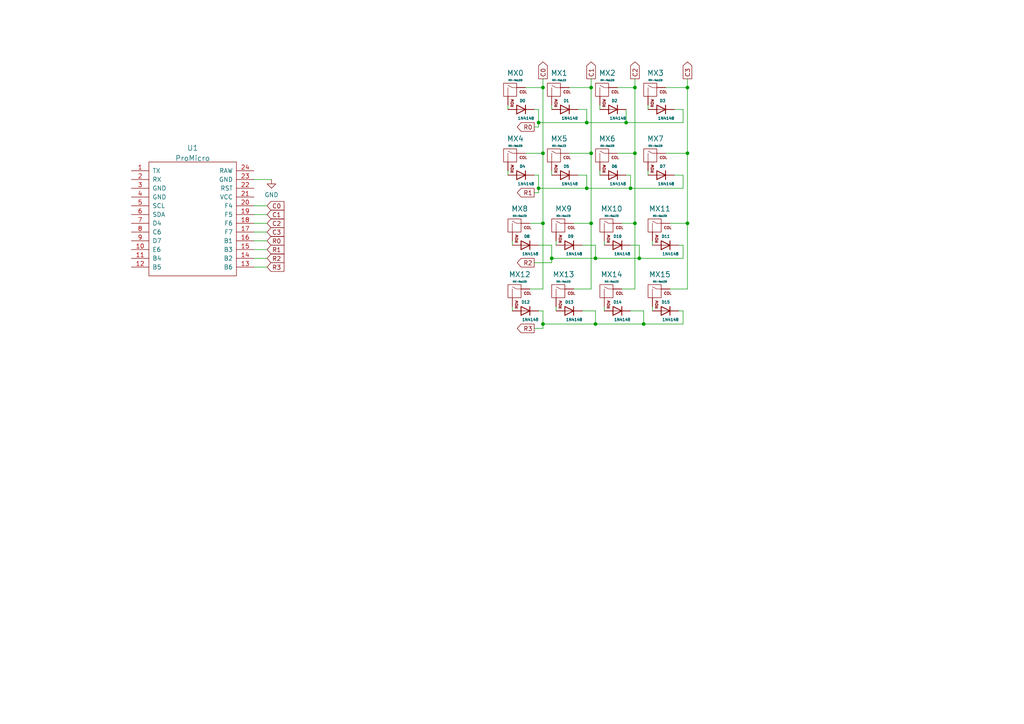
<source format=kicad_sch>
(kicad_sch (version 20211123) (generator eeschema)

  (uuid 9421313a-b4cd-4bcc-86e0-acd67ad88741)

  (paper "A4")

  (lib_symbols
    (symbol "Arduino Pro Micro:ProMicro" (pin_names (offset 1.016)) (in_bom yes) (on_board yes)
      (property "Reference" "U" (id 0) (at 0 24.13 0)
        (effects (font (size 1.524 1.524)))
      )
      (property "Value" "ProMicro" (id 1) (at 0 -13.97 0)
        (effects (font (size 1.524 1.524)))
      )
      (property "Footprint" "" (id 2) (at 2.54 -26.67 0)
        (effects (font (size 1.524 1.524)))
      )
      (property "Datasheet" "" (id 3) (at 2.54 -26.67 0)
        (effects (font (size 1.524 1.524)))
      )
      (symbol "ProMicro_0_1"
        (rectangle (start -12.7 21.59) (end 12.7 -11.43)
          (stroke (width 0) (type default) (color 0 0 0 0))
          (fill (type none))
        )
      )
      (symbol "ProMicro_1_1"
        (pin bidirectional line (at -17.78 19.05 0) (length 5.08)
          (name "TX" (effects (font (size 1.27 1.27))))
          (number "1" (effects (font (size 1.27 1.27))))
        )
        (pin bidirectional line (at -17.78 -3.81 0) (length 5.08)
          (name "E6" (effects (font (size 1.27 1.27))))
          (number "10" (effects (font (size 1.27 1.27))))
        )
        (pin bidirectional line (at -17.78 -6.35 0) (length 5.08)
          (name "B4" (effects (font (size 1.27 1.27))))
          (number "11" (effects (font (size 1.27 1.27))))
        )
        (pin bidirectional line (at -17.78 -8.89 0) (length 5.08)
          (name "B5" (effects (font (size 1.27 1.27))))
          (number "12" (effects (font (size 1.27 1.27))))
        )
        (pin bidirectional line (at 17.78 -8.89 180) (length 5.08)
          (name "B6" (effects (font (size 1.27 1.27))))
          (number "13" (effects (font (size 1.27 1.27))))
        )
        (pin bidirectional line (at 17.78 -6.35 180) (length 5.08)
          (name "B2" (effects (font (size 1.27 1.27))))
          (number "14" (effects (font (size 1.27 1.27))))
        )
        (pin bidirectional line (at 17.78 -3.81 180) (length 5.08)
          (name "B3" (effects (font (size 1.27 1.27))))
          (number "15" (effects (font (size 1.27 1.27))))
        )
        (pin bidirectional line (at 17.78 -1.27 180) (length 5.08)
          (name "B1" (effects (font (size 1.27 1.27))))
          (number "16" (effects (font (size 1.27 1.27))))
        )
        (pin bidirectional line (at 17.78 1.27 180) (length 5.08)
          (name "F7" (effects (font (size 1.27 1.27))))
          (number "17" (effects (font (size 1.27 1.27))))
        )
        (pin bidirectional line (at 17.78 3.81 180) (length 5.08)
          (name "F6" (effects (font (size 1.27 1.27))))
          (number "18" (effects (font (size 1.27 1.27))))
        )
        (pin bidirectional line (at 17.78 6.35 180) (length 5.08)
          (name "F5" (effects (font (size 1.27 1.27))))
          (number "19" (effects (font (size 1.27 1.27))))
        )
        (pin bidirectional line (at -17.78 16.51 0) (length 5.08)
          (name "RX" (effects (font (size 1.27 1.27))))
          (number "2" (effects (font (size 1.27 1.27))))
        )
        (pin bidirectional line (at 17.78 8.89 180) (length 5.08)
          (name "F4" (effects (font (size 1.27 1.27))))
          (number "20" (effects (font (size 1.27 1.27))))
        )
        (pin power_in line (at 17.78 11.43 180) (length 5.08)
          (name "VCC" (effects (font (size 1.27 1.27))))
          (number "21" (effects (font (size 1.27 1.27))))
        )
        (pin input line (at 17.78 13.97 180) (length 5.08)
          (name "RST" (effects (font (size 1.27 1.27))))
          (number "22" (effects (font (size 1.27 1.27))))
        )
        (pin power_in line (at 17.78 16.51 180) (length 5.08)
          (name "GND" (effects (font (size 1.27 1.27))))
          (number "23" (effects (font (size 1.27 1.27))))
        )
        (pin power_out line (at 17.78 19.05 180) (length 5.08)
          (name "RAW" (effects (font (size 1.27 1.27))))
          (number "24" (effects (font (size 1.27 1.27))))
        )
        (pin power_in line (at -17.78 13.97 0) (length 5.08)
          (name "GND" (effects (font (size 1.27 1.27))))
          (number "3" (effects (font (size 1.27 1.27))))
        )
        (pin power_in line (at -17.78 11.43 0) (length 5.08)
          (name "GND" (effects (font (size 1.27 1.27))))
          (number "4" (effects (font (size 1.27 1.27))))
        )
        (pin bidirectional line (at -17.78 8.89 0) (length 5.08)
          (name "SCL" (effects (font (size 1.27 1.27))))
          (number "5" (effects (font (size 1.27 1.27))))
        )
        (pin bidirectional line (at -17.78 6.35 0) (length 5.08)
          (name "SDA" (effects (font (size 1.27 1.27))))
          (number "6" (effects (font (size 1.27 1.27))))
        )
        (pin bidirectional line (at -17.78 3.81 0) (length 5.08)
          (name "D4" (effects (font (size 1.27 1.27))))
          (number "7" (effects (font (size 1.27 1.27))))
        )
        (pin bidirectional line (at -17.78 1.27 0) (length 5.08)
          (name "C6" (effects (font (size 1.27 1.27))))
          (number "8" (effects (font (size 1.27 1.27))))
        )
        (pin bidirectional line (at -17.78 -1.27 0) (length 5.08)
          (name "D7" (effects (font (size 1.27 1.27))))
          (number "9" (effects (font (size 1.27 1.27))))
        )
      )
    )
    (symbol "Diode:1N4148" (pin_numbers hide) (pin_names (offset 1.016) hide) (in_bom yes) (on_board yes)
      (property "Reference" "D" (id 0) (at 0 2.54 0)
        (effects (font (size 1.27 1.27)))
      )
      (property "Value" "1N4148" (id 1) (at 0 -2.54 0)
        (effects (font (size 1.27 1.27)))
      )
      (property "Footprint" "Diode_THT:D_DO-35_SOD27_P7.62mm_Horizontal" (id 2) (at 0 -4.445 0)
        (effects (font (size 1.27 1.27)) hide)
      )
      (property "Datasheet" "https://assets.nexperia.com/documents/data-sheet/1N4148_1N4448.pdf" (id 3) (at 0 0 0)
        (effects (font (size 1.27 1.27)) hide)
      )
      (property "ki_keywords" "diode" (id 4) (at 0 0 0)
        (effects (font (size 1.27 1.27)) hide)
      )
      (property "ki_description" "100V 0.15A standard switching diode, DO-35" (id 5) (at 0 0 0)
        (effects (font (size 1.27 1.27)) hide)
      )
      (property "ki_fp_filters" "D*DO?35*" (id 6) (at 0 0 0)
        (effects (font (size 1.27 1.27)) hide)
      )
      (symbol "1N4148_0_1"
        (polyline
          (pts
            (xy -1.27 1.27)
            (xy -1.27 -1.27)
          )
          (stroke (width 0.254) (type default) (color 0 0 0 0))
          (fill (type none))
        )
        (polyline
          (pts
            (xy 1.27 0)
            (xy -1.27 0)
          )
          (stroke (width 0) (type default) (color 0 0 0 0))
          (fill (type none))
        )
        (polyline
          (pts
            (xy 1.27 1.27)
            (xy 1.27 -1.27)
            (xy -1.27 0)
            (xy 1.27 1.27)
          )
          (stroke (width 0.254) (type default) (color 0 0 0 0))
          (fill (type none))
        )
      )
      (symbol "1N4148_1_1"
        (pin passive line (at -3.81 0 0) (length 2.54)
          (name "K" (effects (font (size 1.27 1.27))))
          (number "1" (effects (font (size 1.27 1.27))))
        )
        (pin passive line (at 3.81 0 180) (length 2.54)
          (name "A" (effects (font (size 1.27 1.27))))
          (number "2" (effects (font (size 1.27 1.27))))
        )
      )
    )
    (symbol "MX-PRETTY:MX-NoLED" (pin_names (offset 1.016)) (in_bom yes) (on_board yes)
      (property "Reference" "MX" (id 0) (at -0.635 3.81 0)
        (effects (font (size 1.524 1.524)))
      )
      (property "Value" "MX-NoLED" (id 1) (at -0.635 1.27 0)
        (effects (font (size 0.508 0.508)))
      )
      (property "Footprint" "" (id 2) (at -15.875 -0.635 0)
        (effects (font (size 1.524 1.524)) hide)
      )
      (property "Datasheet" "" (id 3) (at -15.875 -0.635 0)
        (effects (font (size 1.524 1.524)) hide)
      )
      (symbol "MX-NoLED_0_0"
        (rectangle (start -2.54 2.54) (end 1.27 -1.27)
          (stroke (width 0) (type default) (color 0 0 0 0))
          (fill (type none))
        )
        (polyline
          (pts
            (xy -1.27 -1.27)
            (xy -1.27 1.27)
          )
          (stroke (width 0.127) (type default) (color 0 0 0 0))
          (fill (type none))
        )
        (polyline
          (pts
            (xy 1.27 1.27)
            (xy 0 1.27)
            (xy -1.27 1.905)
          )
          (stroke (width 0.127) (type default) (color 0 0 0 0))
          (fill (type none))
        )
        (text "COL" (at 3.175 0 0)
          (effects (font (size 0.762 0.762)))
        )
        (text "ROW" (at 0 -1.905 900)
          (effects (font (size 0.762 0.762)) (justify right))
        )
      )
      (symbol "MX-NoLED_1_1"
        (pin passive line (at 3.81 1.27 180) (length 2.54)
          (name "COL" (effects (font (size 0 0))))
          (number "1" (effects (font (size 0 0))))
        )
        (pin passive line (at -1.27 -3.81 90) (length 2.54)
          (name "ROW" (effects (font (size 0 0))))
          (number "2" (effects (font (size 0 0))))
        )
      )
    )
    (symbol "power:GND" (power) (pin_names (offset 0)) (in_bom yes) (on_board yes)
      (property "Reference" "#PWR" (id 0) (at 0 -6.35 0)
        (effects (font (size 1.27 1.27)) hide)
      )
      (property "Value" "GND" (id 1) (at 0 -3.81 0)
        (effects (font (size 1.27 1.27)))
      )
      (property "Footprint" "" (id 2) (at 0 0 0)
        (effects (font (size 1.27 1.27)) hide)
      )
      (property "Datasheet" "" (id 3) (at 0 0 0)
        (effects (font (size 1.27 1.27)) hide)
      )
      (property "ki_keywords" "power-flag" (id 4) (at 0 0 0)
        (effects (font (size 1.27 1.27)) hide)
      )
      (property "ki_description" "Power symbol creates a global label with name \"GND\" , ground" (id 5) (at 0 0 0)
        (effects (font (size 1.27 1.27)) hide)
      )
      (symbol "GND_0_1"
        (polyline
          (pts
            (xy 0 0)
            (xy 0 -1.27)
            (xy 1.27 -1.27)
            (xy 0 -2.54)
            (xy -1.27 -1.27)
            (xy 0 -1.27)
          )
          (stroke (width 0) (type default) (color 0 0 0 0))
          (fill (type none))
        )
      )
      (symbol "GND_1_1"
        (pin power_in line (at 0 0 270) (length 0) hide
          (name "GND" (effects (font (size 1.27 1.27))))
          (number "1" (effects (font (size 1.27 1.27))))
        )
      )
    )
  )

  (junction (at 185.42 74.93) (diameter 0) (color 0 0 0 0)
    (uuid 00e48403-28a3-4428-ad1e-cd7aa7141a98)
  )
  (junction (at 156.21 35.56) (diameter 0) (color 0 0 0 0)
    (uuid 08329e65-0997-45ad-8207-18ce92c7349e)
  )
  (junction (at 171.45 64.77) (diameter 0) (color 0 0 0 0)
    (uuid 234f888b-6fca-41c7-9c7c-6f34087d87c3)
  )
  (junction (at 157.48 44.45) (diameter 0) (color 0 0 0 0)
    (uuid 2ee25686-f5f3-4c08-8150-4a92e4384aec)
  )
  (junction (at 184.15 44.45) (diameter 0) (color 0 0 0 0)
    (uuid 445025ea-cc34-4727-9c6d-18df427da4c0)
  )
  (junction (at 170.18 35.56) (diameter 0) (color 0 0 0 0)
    (uuid 47744595-b670-43ff-a65b-6077c22a194b)
  )
  (junction (at 170.18 54.61) (diameter 0) (color 0 0 0 0)
    (uuid 534e70f1-d837-4c0e-803e-45554d0b4853)
  )
  (junction (at 199.39 64.77) (diameter 0) (color 0 0 0 0)
    (uuid 56d8e485-deca-49fc-9ff5-0f0535efe1ff)
  )
  (junction (at 172.72 93.98) (diameter 0) (color 0 0 0 0)
    (uuid 6c3f862b-b2b5-443d-b28d-8941998de3f3)
  )
  (junction (at 184.15 25.4) (diameter 0) (color 0 0 0 0)
    (uuid 6c8d4ad9-5221-4e26-a1cc-a206f17e76cd)
  )
  (junction (at 186.69 93.98) (diameter 0) (color 0 0 0 0)
    (uuid 71d092c3-ffaa-40fe-b44d-8da26f82e531)
  )
  (junction (at 156.21 54.61) (diameter 0) (color 0 0 0 0)
    (uuid 79edefa0-fda1-48bd-8095-d640088d888a)
  )
  (junction (at 157.48 25.4) (diameter 0) (color 0 0 0 0)
    (uuid 869c220f-4e3f-4a9c-9ce8-a7cede0ad0cf)
  )
  (junction (at 199.39 25.4) (diameter 0) (color 0 0 0 0)
    (uuid 88b9488d-5bf7-418e-89b6-1a800fcae4ba)
  )
  (junction (at 199.39 44.45) (diameter 0) (color 0 0 0 0)
    (uuid 8a7adcfc-3304-49be-b8c9-b3c57209658a)
  )
  (junction (at 181.61 35.56) (diameter 0) (color 0 0 0 0)
    (uuid 958fafeb-f4e2-4638-99bc-405dec54426c)
  )
  (junction (at 184.15 64.77) (diameter 0) (color 0 0 0 0)
    (uuid 96828012-9091-461c-b6fa-30fc93deba7e)
  )
  (junction (at 157.48 93.98) (diameter 0) (color 0 0 0 0)
    (uuid b3722047-a576-4137-b77c-eadf8d23236f)
  )
  (junction (at 171.45 44.45) (diameter 0) (color 0 0 0 0)
    (uuid bfe65619-c42b-4ebd-bfe8-ed115d1b985e)
  )
  (junction (at 160.02 74.93) (diameter 0) (color 0 0 0 0)
    (uuid c3706075-42b1-4a24-ab18-7c8b8bc82658)
  )
  (junction (at 157.48 64.77) (diameter 0) (color 0 0 0 0)
    (uuid cc208e4a-e28a-489a-96d0-86fd1ad5e103)
  )
  (junction (at 182.88 54.61) (diameter 0) (color 0 0 0 0)
    (uuid d12cf4fc-9bcf-44e1-86dc-c366c720feb3)
  )
  (junction (at 172.72 74.93) (diameter 0) (color 0 0 0 0)
    (uuid e54fd4c3-e552-4ba6-a055-d031c1077a1e)
  )
  (junction (at 171.45 25.4) (diameter 0) (color 0 0 0 0)
    (uuid e89c7646-cf59-4f63-a19b-48f81f52d4cf)
  )

  (wire (pts (xy 170.18 54.61) (xy 182.88 54.61))
    (stroke (width 0) (type default) (color 0 0 0 0))
    (uuid 036f4ad6-deda-4021-b38c-6ce77a8d8260)
  )
  (wire (pts (xy 156.21 36.83) (xy 156.21 35.56))
    (stroke (width 0) (type default) (color 0 0 0 0))
    (uuid 052a2dc2-27f4-4023-9820-5cf600effb2d)
  )
  (wire (pts (xy 154.94 50.8) (xy 156.21 50.8))
    (stroke (width 0) (type default) (color 0 0 0 0))
    (uuid 08fa94b2-1ef0-4c1c-85ee-afced46d803f)
  )
  (wire (pts (xy 198.12 71.12) (xy 196.85 71.12))
    (stroke (width 0) (type default) (color 0 0 0 0))
    (uuid 0a3cb48d-021b-4883-89c8-db3424a819c3)
  )
  (wire (pts (xy 153.67 64.77) (xy 157.48 64.77))
    (stroke (width 0) (type default) (color 0 0 0 0))
    (uuid 0b49e969-94fe-4860-aa71-5ed4b78dbbe1)
  )
  (wire (pts (xy 198.12 90.17) (xy 196.85 90.17))
    (stroke (width 0) (type default) (color 0 0 0 0))
    (uuid 0ba39264-f895-452e-8f8f-51a2638472b4)
  )
  (wire (pts (xy 148.59 69.85) (xy 148.59 71.12))
    (stroke (width 0) (type default) (color 0 0 0 0))
    (uuid 186d91b9-5397-4a7c-a579-5c35b017cf62)
  )
  (wire (pts (xy 73.66 69.85) (xy 77.47 69.85))
    (stroke (width 0) (type default) (color 0 0 0 0))
    (uuid 1d344718-20c5-4969-8d09-b662d3325dd1)
  )
  (wire (pts (xy 157.48 44.45) (xy 157.48 64.77))
    (stroke (width 0) (type default) (color 0 0 0 0))
    (uuid 219b2046-fce3-46b8-a0da-3b958ae8e0fc)
  )
  (wire (pts (xy 184.15 22.86) (xy 184.15 25.4))
    (stroke (width 0) (type default) (color 0 0 0 0))
    (uuid 27256cb2-670c-4a97-b66b-aef7a2fdb998)
  )
  (wire (pts (xy 160.02 49.53) (xy 160.02 50.8))
    (stroke (width 0) (type default) (color 0 0 0 0))
    (uuid 2762db5e-63d4-4bab-9163-206dc567a047)
  )
  (wire (pts (xy 154.94 36.83) (xy 156.21 36.83))
    (stroke (width 0) (type default) (color 0 0 0 0))
    (uuid 278cffef-ef31-4d9f-859d-6d66eb97d842)
  )
  (wire (pts (xy 73.66 67.31) (xy 77.47 67.31))
    (stroke (width 0) (type default) (color 0 0 0 0))
    (uuid 284bfff4-210b-4049-9cc2-d24fe645112f)
  )
  (wire (pts (xy 198.12 35.56) (xy 198.12 31.75))
    (stroke (width 0) (type default) (color 0 0 0 0))
    (uuid 2c023147-b44e-4a1f-87f2-389a58849a76)
  )
  (wire (pts (xy 186.69 93.98) (xy 198.12 93.98))
    (stroke (width 0) (type default) (color 0 0 0 0))
    (uuid 2f027c8e-03d8-4ce2-9e6d-55a60977c76b)
  )
  (wire (pts (xy 73.66 59.69) (xy 77.47 59.69))
    (stroke (width 0) (type default) (color 0 0 0 0))
    (uuid 311ae1e7-7fe5-4e83-867a-e39b2f85736a)
  )
  (wire (pts (xy 175.26 69.85) (xy 175.26 71.12))
    (stroke (width 0) (type default) (color 0 0 0 0))
    (uuid 33733823-afd0-4c37-8f80-aa7f81b76836)
  )
  (wire (pts (xy 171.45 22.86) (xy 171.45 25.4))
    (stroke (width 0) (type default) (color 0 0 0 0))
    (uuid 34ad3b7d-ec01-4ac0-8374-069b92600302)
  )
  (wire (pts (xy 157.48 22.86) (xy 157.48 25.4))
    (stroke (width 0) (type default) (color 0 0 0 0))
    (uuid 3563076d-1735-4385-b606-30a698fd205f)
  )
  (wire (pts (xy 198.12 50.8) (xy 195.58 50.8))
    (stroke (width 0) (type default) (color 0 0 0 0))
    (uuid 38cb29ce-f6a5-4b4d-8bda-e3cd739ad40c)
  )
  (wire (pts (xy 172.72 90.17) (xy 172.72 93.98))
    (stroke (width 0) (type default) (color 0 0 0 0))
    (uuid 3a98caa3-7ce0-4455-a758-a550c53b7a7e)
  )
  (wire (pts (xy 172.72 71.12) (xy 172.72 74.93))
    (stroke (width 0) (type default) (color 0 0 0 0))
    (uuid 3bec7cd1-869c-438a-a989-76d7eb97d7f4)
  )
  (wire (pts (xy 189.23 88.9) (xy 189.23 90.17))
    (stroke (width 0) (type default) (color 0 0 0 0))
    (uuid 3c382ff0-a493-4044-8abf-e752f40e80a2)
  )
  (wire (pts (xy 161.29 69.85) (xy 161.29 71.12))
    (stroke (width 0) (type default) (color 0 0 0 0))
    (uuid 3c4bd7e8-afd5-4539-b699-2e9243608b3a)
  )
  (wire (pts (xy 157.48 83.82) (xy 153.67 83.82))
    (stroke (width 0) (type default) (color 0 0 0 0))
    (uuid 3f9f53d5-1105-4f48-8e39-871869f514e7)
  )
  (wire (pts (xy 167.64 50.8) (xy 170.18 50.8))
    (stroke (width 0) (type default) (color 0 0 0 0))
    (uuid 424928ed-d017-43f1-a7b2-be6948972eb1)
  )
  (wire (pts (xy 154.94 31.75) (xy 156.21 31.75))
    (stroke (width 0) (type default) (color 0 0 0 0))
    (uuid 4446745b-21b3-403b-bc86-8fad19f0e7bb)
  )
  (wire (pts (xy 187.96 49.53) (xy 187.96 50.8))
    (stroke (width 0) (type default) (color 0 0 0 0))
    (uuid 47d3879c-a6fe-47d7-9d8b-5c890b1df1af)
  )
  (wire (pts (xy 193.04 44.45) (xy 199.39 44.45))
    (stroke (width 0) (type default) (color 0 0 0 0))
    (uuid 4ac696b9-64b3-417a-8b4c-31d7af91eece)
  )
  (wire (pts (xy 184.15 25.4) (xy 184.15 44.45))
    (stroke (width 0) (type default) (color 0 0 0 0))
    (uuid 4b4ca462-6e77-4e34-b976-6832b6fb4c91)
  )
  (wire (pts (xy 194.31 64.77) (xy 199.39 64.77))
    (stroke (width 0) (type default) (color 0 0 0 0))
    (uuid 4bdc64ab-06bf-4bd8-bd71-7720238eaa01)
  )
  (wire (pts (xy 165.1 44.45) (xy 171.45 44.45))
    (stroke (width 0) (type default) (color 0 0 0 0))
    (uuid 5c54ad30-7ce4-4825-9786-57b2fdde7c3a)
  )
  (wire (pts (xy 157.48 95.25) (xy 157.48 93.98))
    (stroke (width 0) (type default) (color 0 0 0 0))
    (uuid 5c5e96ac-e698-418a-afbf-c4d34b560754)
  )
  (wire (pts (xy 181.61 50.8) (xy 182.88 50.8))
    (stroke (width 0) (type default) (color 0 0 0 0))
    (uuid 5eb5532c-7cdc-484e-9afc-3e818c441119)
  )
  (wire (pts (xy 189.23 69.85) (xy 189.23 71.12))
    (stroke (width 0) (type default) (color 0 0 0 0))
    (uuid 5f63143b-52b6-4687-93f6-34bfb77e6570)
  )
  (wire (pts (xy 198.12 54.61) (xy 198.12 50.8))
    (stroke (width 0) (type default) (color 0 0 0 0))
    (uuid 60adc19d-f693-4caf-bb53-e93b0e40fd30)
  )
  (wire (pts (xy 184.15 44.45) (xy 184.15 64.77))
    (stroke (width 0) (type default) (color 0 0 0 0))
    (uuid 612b4d20-1e38-4aeb-a10a-721c9344a521)
  )
  (wire (pts (xy 184.15 64.77) (xy 184.15 83.82))
    (stroke (width 0) (type default) (color 0 0 0 0))
    (uuid 62c9b2a6-c490-403b-9eb2-dcfcb40ec355)
  )
  (wire (pts (xy 160.02 30.48) (xy 160.02 31.75))
    (stroke (width 0) (type default) (color 0 0 0 0))
    (uuid 62d04b06-aad6-401f-a4f2-441b816d8ed6)
  )
  (wire (pts (xy 170.18 50.8) (xy 170.18 54.61))
    (stroke (width 0) (type default) (color 0 0 0 0))
    (uuid 67e890f5-ca02-47d9-b5c7-db2fc2ea0abb)
  )
  (wire (pts (xy 173.99 30.48) (xy 173.99 31.75))
    (stroke (width 0) (type default) (color 0 0 0 0))
    (uuid 684fa732-866c-4ac2-895c-cf8af6dfb188)
  )
  (wire (pts (xy 168.91 71.12) (xy 172.72 71.12))
    (stroke (width 0) (type default) (color 0 0 0 0))
    (uuid 6af38c6a-720f-4d68-b2f5-fa72d0faf98a)
  )
  (wire (pts (xy 172.72 74.93) (xy 185.42 74.93))
    (stroke (width 0) (type default) (color 0 0 0 0))
    (uuid 6b041b5c-20f4-483c-acc1-e3f0bbbf1f5b)
  )
  (wire (pts (xy 186.69 90.17) (xy 186.69 93.98))
    (stroke (width 0) (type default) (color 0 0 0 0))
    (uuid 73022daf-ca02-4076-bf7c-cf1b5c85155c)
  )
  (wire (pts (xy 157.48 90.17) (xy 157.48 93.98))
    (stroke (width 0) (type default) (color 0 0 0 0))
    (uuid 7992a348-4886-4bb7-b879-a949e9e55e37)
  )
  (wire (pts (xy 73.66 72.39) (xy 77.47 72.39))
    (stroke (width 0) (type default) (color 0 0 0 0))
    (uuid 7b651c43-8431-4503-88fb-9e3b87c8be64)
  )
  (wire (pts (xy 168.91 90.17) (xy 172.72 90.17))
    (stroke (width 0) (type default) (color 0 0 0 0))
    (uuid 7b751986-e243-4914-b6d5-5250645fb602)
  )
  (wire (pts (xy 171.45 83.82) (xy 166.37 83.82))
    (stroke (width 0) (type default) (color 0 0 0 0))
    (uuid 7d7eff6e-b1f7-4241-90b8-8e44539db3d5)
  )
  (wire (pts (xy 156.21 50.8) (xy 156.21 54.61))
    (stroke (width 0) (type default) (color 0 0 0 0))
    (uuid 7fbb5f52-fbbd-49f5-8a1d-aa670b19d6c3)
  )
  (wire (pts (xy 171.45 44.45) (xy 171.45 64.77))
    (stroke (width 0) (type default) (color 0 0 0 0))
    (uuid 7fc17695-c4ab-46ad-9b0f-cfdf590539ae)
  )
  (wire (pts (xy 182.88 50.8) (xy 182.88 54.61))
    (stroke (width 0) (type default) (color 0 0 0 0))
    (uuid 85fb9690-f319-47b2-bd73-d0624962db99)
  )
  (wire (pts (xy 199.39 22.86) (xy 199.39 25.4))
    (stroke (width 0) (type default) (color 0 0 0 0))
    (uuid 8c4d73a7-ae78-44a1-b275-612b9007c903)
  )
  (wire (pts (xy 73.66 52.07) (xy 78.74 52.07))
    (stroke (width 0) (type default) (color 0 0 0 0))
    (uuid 8f478b82-2dbd-4ade-bf76-77a2e7874a3b)
  )
  (wire (pts (xy 173.99 49.53) (xy 173.99 50.8))
    (stroke (width 0) (type default) (color 0 0 0 0))
    (uuid 9512e822-2628-4d85-abcb-1c8f8349011e)
  )
  (wire (pts (xy 180.34 64.77) (xy 184.15 64.77))
    (stroke (width 0) (type default) (color 0 0 0 0))
    (uuid 9569d374-d9d6-4620-ae22-158901c3274e)
  )
  (wire (pts (xy 170.18 31.75) (xy 170.18 35.56))
    (stroke (width 0) (type default) (color 0 0 0 0))
    (uuid 98193f9c-05c5-43af-b050-65db2bd221eb)
  )
  (wire (pts (xy 156.21 71.12) (xy 160.02 71.12))
    (stroke (width 0) (type default) (color 0 0 0 0))
    (uuid 996f93d1-270d-4d55-8410-9f550647d29e)
  )
  (wire (pts (xy 161.29 88.9) (xy 161.29 90.17))
    (stroke (width 0) (type default) (color 0 0 0 0))
    (uuid 99b2817d-ba16-4244-8756-46265768fcc3)
  )
  (wire (pts (xy 157.48 64.77) (xy 157.48 83.82))
    (stroke (width 0) (type default) (color 0 0 0 0))
    (uuid 9a2684b1-8c38-4cbc-a7dd-05b2ca56cef9)
  )
  (wire (pts (xy 156.21 54.61) (xy 170.18 54.61))
    (stroke (width 0) (type default) (color 0 0 0 0))
    (uuid 9a6d6a9e-2d24-42c6-9606-cab7818ba5a3)
  )
  (wire (pts (xy 152.4 44.45) (xy 157.48 44.45))
    (stroke (width 0) (type default) (color 0 0 0 0))
    (uuid 9ac0b1d3-224d-47c2-b529-0344487ffeb8)
  )
  (wire (pts (xy 185.42 71.12) (xy 185.42 74.93))
    (stroke (width 0) (type default) (color 0 0 0 0))
    (uuid 9b9a22f9-5bdb-4d94-8ed0-c01e8307949c)
  )
  (wire (pts (xy 156.21 31.75) (xy 156.21 35.56))
    (stroke (width 0) (type default) (color 0 0 0 0))
    (uuid 9d15ba5d-9864-4fa0-9e2a-410260339261)
  )
  (wire (pts (xy 154.94 76.2) (xy 160.02 76.2))
    (stroke (width 0) (type default) (color 0 0 0 0))
    (uuid a22e84ea-a35d-49e3-8eba-25132eb9c25c)
  )
  (wire (pts (xy 170.18 35.56) (xy 181.61 35.56))
    (stroke (width 0) (type default) (color 0 0 0 0))
    (uuid a70f9659-ecda-42db-bc97-ed51e6e9c083)
  )
  (wire (pts (xy 152.4 25.4) (xy 157.48 25.4))
    (stroke (width 0) (type default) (color 0 0 0 0))
    (uuid a984fd8b-84b6-41a0-966f-16d7a30ef076)
  )
  (wire (pts (xy 184.15 83.82) (xy 180.34 83.82))
    (stroke (width 0) (type default) (color 0 0 0 0))
    (uuid ade4cd7a-f576-41ac-8b8d-20052ee9c836)
  )
  (wire (pts (xy 198.12 93.98) (xy 198.12 90.17))
    (stroke (width 0) (type default) (color 0 0 0 0))
    (uuid b14fdc00-8324-40df-9cb3-24d6441de49c)
  )
  (wire (pts (xy 160.02 76.2) (xy 160.02 74.93))
    (stroke (width 0) (type default) (color 0 0 0 0))
    (uuid b36d1552-8756-46aa-843f-8c91908337c0)
  )
  (wire (pts (xy 179.07 25.4) (xy 184.15 25.4))
    (stroke (width 0) (type default) (color 0 0 0 0))
    (uuid b41a60fd-7277-4b11-aa0b-311555165bc6)
  )
  (wire (pts (xy 157.48 93.98) (xy 172.72 93.98))
    (stroke (width 0) (type default) (color 0 0 0 0))
    (uuid b497902f-fcef-41fb-8a07-862246ed22e4)
  )
  (wire (pts (xy 73.66 62.23) (xy 77.47 62.23))
    (stroke (width 0) (type default) (color 0 0 0 0))
    (uuid b7f04459-db31-41f0-b0a8-d0f0377f9016)
  )
  (wire (pts (xy 198.12 74.93) (xy 198.12 71.12))
    (stroke (width 0) (type default) (color 0 0 0 0))
    (uuid ba49d2b9-c5b4-4f08-822c-2db001fc8e8f)
  )
  (wire (pts (xy 199.39 83.82) (xy 199.39 64.77))
    (stroke (width 0) (type default) (color 0 0 0 0))
    (uuid c2750db9-fa15-4491-97b7-55dc21ccb51e)
  )
  (wire (pts (xy 73.66 64.77) (xy 77.47 64.77))
    (stroke (width 0) (type default) (color 0 0 0 0))
    (uuid c44f44d2-af8f-4508-9673-9f657df0c11c)
  )
  (wire (pts (xy 182.88 71.12) (xy 185.42 71.12))
    (stroke (width 0) (type default) (color 0 0 0 0))
    (uuid c4792462-6787-4443-862b-39fda3301777)
  )
  (wire (pts (xy 182.88 54.61) (xy 198.12 54.61))
    (stroke (width 0) (type default) (color 0 0 0 0))
    (uuid c5a5f044-b5d3-425c-9530-6da29778d2ca)
  )
  (wire (pts (xy 185.42 74.93) (xy 198.12 74.93))
    (stroke (width 0) (type default) (color 0 0 0 0))
    (uuid c9563b3a-9daa-42cf-9339-d14e39f3851f)
  )
  (wire (pts (xy 157.48 25.4) (xy 157.48 44.45))
    (stroke (width 0) (type default) (color 0 0 0 0))
    (uuid ca5786cf-ef29-479b-8d55-c8eade4a109c)
  )
  (wire (pts (xy 181.61 31.75) (xy 181.61 35.56))
    (stroke (width 0) (type default) (color 0 0 0 0))
    (uuid cab75ad1-91e1-4735-b593-00da48b5701f)
  )
  (wire (pts (xy 199.39 44.45) (xy 199.39 25.4))
    (stroke (width 0) (type default) (color 0 0 0 0))
    (uuid cb729ff0-151d-4747-80ce-758ba230b16e)
  )
  (wire (pts (xy 73.66 74.93) (xy 77.47 74.93))
    (stroke (width 0) (type default) (color 0 0 0 0))
    (uuid cbedb5ef-1e4e-4022-b368-27d5794f13d0)
  )
  (wire (pts (xy 187.96 30.48) (xy 187.96 31.75))
    (stroke (width 0) (type default) (color 0 0 0 0))
    (uuid d31edfb6-2fe4-404d-9166-2a3e3f99cd72)
  )
  (wire (pts (xy 199.39 25.4) (xy 193.04 25.4))
    (stroke (width 0) (type default) (color 0 0 0 0))
    (uuid d36ca6de-e340-44b5-8440-f5a2c17da38e)
  )
  (wire (pts (xy 182.88 90.17) (xy 186.69 90.17))
    (stroke (width 0) (type default) (color 0 0 0 0))
    (uuid d53ee372-e43e-4bee-8fe1-36f84c79243f)
  )
  (wire (pts (xy 156.21 35.56) (xy 170.18 35.56))
    (stroke (width 0) (type default) (color 0 0 0 0))
    (uuid d6a5cef4-0963-46d5-a76e-b29736c476eb)
  )
  (wire (pts (xy 179.07 44.45) (xy 184.15 44.45))
    (stroke (width 0) (type default) (color 0 0 0 0))
    (uuid d9dcc1bf-7862-4011-8a6d-6e7a782e3321)
  )
  (wire (pts (xy 194.31 83.82) (xy 199.39 83.82))
    (stroke (width 0) (type default) (color 0 0 0 0))
    (uuid da42d3fb-a1bd-453a-9a8f-74b128c4c261)
  )
  (wire (pts (xy 167.64 31.75) (xy 170.18 31.75))
    (stroke (width 0) (type default) (color 0 0 0 0))
    (uuid de73a3b8-3b04-4a59-9e88-cf7ca0566bef)
  )
  (wire (pts (xy 160.02 74.93) (xy 172.72 74.93))
    (stroke (width 0) (type default) (color 0 0 0 0))
    (uuid e0422669-daac-4b3b-8ee9-86d38b0215ab)
  )
  (wire (pts (xy 156.21 55.88) (xy 156.21 54.61))
    (stroke (width 0) (type default) (color 0 0 0 0))
    (uuid e0b404be-a2e9-4535-adc3-9970b99836dc)
  )
  (wire (pts (xy 147.32 49.53) (xy 147.32 50.8))
    (stroke (width 0) (type default) (color 0 0 0 0))
    (uuid e1513e5d-d153-4bad-938e-a6b2d6a15744)
  )
  (wire (pts (xy 160.02 71.12) (xy 160.02 74.93))
    (stroke (width 0) (type default) (color 0 0 0 0))
    (uuid e27c92ba-e14f-489c-8486-6052cf73f88e)
  )
  (wire (pts (xy 172.72 93.98) (xy 186.69 93.98))
    (stroke (width 0) (type default) (color 0 0 0 0))
    (uuid e4d7872a-e30d-4a1d-bf1a-aa14e1fcf126)
  )
  (wire (pts (xy 154.94 55.88) (xy 156.21 55.88))
    (stroke (width 0) (type default) (color 0 0 0 0))
    (uuid e52bfc7b-7e4e-4d29-8eb9-79d8ff46f173)
  )
  (wire (pts (xy 156.21 90.17) (xy 157.48 90.17))
    (stroke (width 0) (type default) (color 0 0 0 0))
    (uuid e60b1063-33bd-4ce8-9cad-658ea270f013)
  )
  (wire (pts (xy 166.37 64.77) (xy 171.45 64.77))
    (stroke (width 0) (type default) (color 0 0 0 0))
    (uuid e65cde78-56d7-4bce-a24c-70d3d31ab869)
  )
  (wire (pts (xy 171.45 25.4) (xy 171.45 44.45))
    (stroke (width 0) (type default) (color 0 0 0 0))
    (uuid e878183c-05f1-44ca-82af-a6d795d4ae74)
  )
  (wire (pts (xy 175.26 88.9) (xy 175.26 90.17))
    (stroke (width 0) (type default) (color 0 0 0 0))
    (uuid eb05cf72-2284-459c-aeb9-556cd6f24e58)
  )
  (wire (pts (xy 198.12 31.75) (xy 195.58 31.75))
    (stroke (width 0) (type default) (color 0 0 0 0))
    (uuid f05bea24-62a0-42f9-97e2-aae75996f098)
  )
  (wire (pts (xy 165.1 25.4) (xy 171.45 25.4))
    (stroke (width 0) (type default) (color 0 0 0 0))
    (uuid f42bbd37-7766-4b1f-ad03-1cf1fe0483f4)
  )
  (wire (pts (xy 199.39 64.77) (xy 199.39 44.45))
    (stroke (width 0) (type default) (color 0 0 0 0))
    (uuid f45a0dea-5cbc-4796-8f1b-47be71f0d848)
  )
  (wire (pts (xy 181.61 35.56) (xy 198.12 35.56))
    (stroke (width 0) (type default) (color 0 0 0 0))
    (uuid fa35adbf-d7ce-4806-81c5-bd189e4b0c77)
  )
  (wire (pts (xy 154.94 95.25) (xy 157.48 95.25))
    (stroke (width 0) (type default) (color 0 0 0 0))
    (uuid fca1e548-9ed9-4121-b0da-5438a2d60107)
  )
  (wire (pts (xy 171.45 64.77) (xy 171.45 83.82))
    (stroke (width 0) (type default) (color 0 0 0 0))
    (uuid fcf1728d-9bff-437c-bffd-baa1ff0db7a9)
  )
  (wire (pts (xy 73.66 77.47) (xy 77.47 77.47))
    (stroke (width 0) (type default) (color 0 0 0 0))
    (uuid fd6339c9-2e2f-4711-9f0d-fc651809a2b0)
  )
  (wire (pts (xy 148.59 88.9) (xy 148.59 90.17))
    (stroke (width 0) (type default) (color 0 0 0 0))
    (uuid ff2335a6-3986-46ec-9fed-7e9f051fee9c)
  )
  (wire (pts (xy 147.32 30.48) (xy 147.32 31.75))
    (stroke (width 0) (type default) (color 0 0 0 0))
    (uuid ff8e2ac2-8aab-4bcd-b46e-699333fc9f86)
  )

  (global_label "C0" (shape input) (at 77.47 59.69 0) (fields_autoplaced)
    (effects (font (size 1.27 1.27)) (justify left))
    (uuid 0e245fb7-6520-4820-acc5-d21889e1eee3)
    (property "Intersheet References" "${INTERSHEET_REFS}" (id 0) (at 82.3626 59.6106 0)
      (effects (font (size 1.27 1.27)) (justify left) hide)
    )
  )
  (global_label "C2" (shape output) (at 184.15 22.86 90) (fields_autoplaced)
    (effects (font (size 1.27 1.27)) (justify left))
    (uuid 13075865-e19c-4bdb-9af4-191e6286de1f)
    (property "Intersheet References" "${INTERSHEET_REFS}" (id 0) (at 184.0706 17.9674 90)
      (effects (font (size 1.27 1.27)) (justify left) hide)
    )
  )
  (global_label "C3" (shape input) (at 77.47 67.31 0) (fields_autoplaced)
    (effects (font (size 1.27 1.27)) (justify left))
    (uuid 1af9cecc-a24e-4101-8ed1-786d7f3cacc8)
    (property "Intersheet References" "${INTERSHEET_REFS}" (id 0) (at 82.3626 67.2306 0)
      (effects (font (size 1.27 1.27)) (justify left) hide)
    )
  )
  (global_label "C2" (shape input) (at 77.47 64.77 0) (fields_autoplaced)
    (effects (font (size 1.27 1.27)) (justify left))
    (uuid 421a375a-b639-42f9-a4e1-3775163cfbff)
    (property "Intersheet References" "${INTERSHEET_REFS}" (id 0) (at 82.3626 64.6906 0)
      (effects (font (size 1.27 1.27)) (justify left) hide)
    )
  )
  (global_label "R3" (shape input) (at 77.47 77.47 0) (fields_autoplaced)
    (effects (font (size 1.27 1.27)) (justify left))
    (uuid 4248cb33-f406-45bf-bb7c-3aa81edc2ad7)
    (property "Intersheet References" "${INTERSHEET_REFS}" (id 0) (at 82.3626 77.3906 0)
      (effects (font (size 1.27 1.27)) (justify left) hide)
    )
  )
  (global_label "R2" (shape output) (at 154.94 76.2 180) (fields_autoplaced)
    (effects (font (size 1.27 1.27)) (justify right))
    (uuid 581273af-0105-44df-b3dd-d40938ec939c)
    (property "Intersheet References" "${INTERSHEET_REFS}" (id 0) (at 150.0474 76.1206 0)
      (effects (font (size 1.27 1.27)) (justify right) hide)
    )
  )
  (global_label "R1" (shape input) (at 77.47 72.39 0) (fields_autoplaced)
    (effects (font (size 1.27 1.27)) (justify left))
    (uuid 5eb942c7-351d-43e7-95e4-bb58cd62dc0e)
    (property "Intersheet References" "${INTERSHEET_REFS}" (id 0) (at 82.3626 72.3106 0)
      (effects (font (size 1.27 1.27)) (justify left) hide)
    )
  )
  (global_label "R3" (shape output) (at 154.94 95.25 180) (fields_autoplaced)
    (effects (font (size 1.27 1.27)) (justify right))
    (uuid 6254712f-458f-4b6e-b4aa-652ebf5e4b5e)
    (property "Intersheet References" "${INTERSHEET_REFS}" (id 0) (at 150.0474 95.1706 0)
      (effects (font (size 1.27 1.27)) (justify right) hide)
    )
  )
  (global_label "R0" (shape input) (at 77.47 69.85 0) (fields_autoplaced)
    (effects (font (size 1.27 1.27)) (justify left))
    (uuid 63d2e4eb-0af8-417f-9e4c-b241bae89db5)
    (property "Intersheet References" "${INTERSHEET_REFS}" (id 0) (at 82.3626 69.7706 0)
      (effects (font (size 1.27 1.27)) (justify left) hide)
    )
  )
  (global_label "R1" (shape output) (at 154.94 55.88 180) (fields_autoplaced)
    (effects (font (size 1.27 1.27)) (justify right))
    (uuid 883e58fc-a21e-4dbe-8923-66cdda046809)
    (property "Intersheet References" "${INTERSHEET_REFS}" (id 0) (at 150.0474 55.8006 0)
      (effects (font (size 1.27 1.27)) (justify right) hide)
    )
  )
  (global_label "C1" (shape output) (at 171.45 22.86 90) (fields_autoplaced)
    (effects (font (size 1.27 1.27)) (justify left))
    (uuid 9d1465de-e350-4a74-8bfa-010160a908cd)
    (property "Intersheet References" "${INTERSHEET_REFS}" (id 0) (at 171.3706 17.9674 90)
      (effects (font (size 1.27 1.27)) (justify left) hide)
    )
  )
  (global_label "R0" (shape output) (at 154.94 36.83 180) (fields_autoplaced)
    (effects (font (size 1.27 1.27)) (justify right))
    (uuid a31834a8-118a-4109-b473-bf1f422eee81)
    (property "Intersheet References" "${INTERSHEET_REFS}" (id 0) (at 150.0474 36.7506 0)
      (effects (font (size 1.27 1.27)) (justify right) hide)
    )
  )
  (global_label "C0" (shape output) (at 157.48 22.86 90) (fields_autoplaced)
    (effects (font (size 1.27 1.27)) (justify left))
    (uuid ad9df0ef-9279-4163-8ecc-deb41b7ccebb)
    (property "Intersheet References" "${INTERSHEET_REFS}" (id 0) (at 157.4006 17.9674 90)
      (effects (font (size 1.27 1.27)) (justify left) hide)
    )
  )
  (global_label "C1" (shape input) (at 77.47 62.23 0) (fields_autoplaced)
    (effects (font (size 1.27 1.27)) (justify left))
    (uuid af4749d0-69b8-46f8-a4b0-f47785f7368c)
    (property "Intersheet References" "${INTERSHEET_REFS}" (id 0) (at 82.3626 62.1506 0)
      (effects (font (size 1.27 1.27)) (justify left) hide)
    )
  )
  (global_label "R2" (shape input) (at 77.47 74.93 0) (fields_autoplaced)
    (effects (font (size 1.27 1.27)) (justify left))
    (uuid cdfc87d2-7cb3-44c9-8904-edd27da3ea2d)
    (property "Intersheet References" "${INTERSHEET_REFS}" (id 0) (at 82.3626 74.8506 0)
      (effects (font (size 1.27 1.27)) (justify left) hide)
    )
  )
  (global_label "C3" (shape output) (at 199.39 22.86 90) (fields_autoplaced)
    (effects (font (size 1.27 1.27)) (justify left))
    (uuid d21718b9-f35e-4a65-adb6-6d42921f3ca2)
    (property "Intersheet References" "${INTERSHEET_REFS}" (id 0) (at 199.3106 17.9674 90)
      (effects (font (size 1.27 1.27)) (justify left) hide)
    )
  )

  (symbol (lib_id "Diode:1N4148") (at 165.1 71.12 180) (unit 1)
    (in_bom yes) (on_board yes)
    (uuid 05a2b3a3-a33f-46b5-95f3-5b647081908c)
    (property "Reference" "D9" (id 0) (at 166.37 68.58 0)
      (effects (font (size 0.8 0.8)) (justify left))
    )
    (property "Value" "1N4148" (id 1) (at 168.91 73.66 0)
      (effects (font (size 0.8 0.8)) (justify left))
    )
    (property "Footprint" "Diode_THT:D_DO-35_SOD27_P7.62mm_Horizontal" (id 2) (at 165.1 66.675 0)
      (effects (font (size 1.27 1.27)) hide)
    )
    (property "Datasheet" "https://assets.nexperia.com/documents/data-sheet/1N4148_1N4448.pdf" (id 3) (at 165.1 71.12 0)
      (effects (font (size 1.27 1.27)) hide)
    )
    (pin "1" (uuid 826edffa-10fe-4123-9363-450f275e9754))
    (pin "2" (uuid e70eb1ac-c068-4a9c-a46a-4723884e6416))
  )

  (symbol (lib_id "MX-PRETTY:MX-NoLED") (at 189.23 26.67 0) (unit 1)
    (in_bom yes) (on_board yes) (fields_autoplaced)
    (uuid 15dbc71c-47fa-4021-bb25-8333f442c7ba)
    (property "Reference" "MX3" (id 0) (at 190.1156 21.1783 0)
      (effects (font (size 1.524 1.524)))
    )
    (property "Value" "MX-NoLED" (id 1) (at 190.1156 23.2585 0)
      (effects (font (size 0.508 0.508)))
    )
    (property "Footprint" "" (id 2) (at 173.355 27.305 0)
      (effects (font (size 1.524 1.524)) hide)
    )
    (property "Datasheet" "" (id 3) (at 173.355 27.305 0)
      (effects (font (size 1.524 1.524)) hide)
    )
    (pin "1" (uuid 94665d21-c447-459d-8801-7b6cbb4c7fc4))
    (pin "2" (uuid 10c0dfe4-cd18-4780-8fb8-4748de00367f))
  )

  (symbol (lib_id "Diode:1N4148") (at 191.77 31.75 180) (unit 1)
    (in_bom yes) (on_board yes)
    (uuid 1985e094-d398-489b-8642-f668fc404102)
    (property "Reference" "D3" (id 0) (at 193.04 29.21 0)
      (effects (font (size 0.8 0.8)) (justify left))
    )
    (property "Value" "1N4148" (id 1) (at 195.58 34.29 0)
      (effects (font (size 0.8 0.8)) (justify left))
    )
    (property "Footprint" "Diode_THT:D_DO-35_SOD27_P7.62mm_Horizontal" (id 2) (at 191.77 27.305 0)
      (effects (font (size 1.27 1.27)) hide)
    )
    (property "Datasheet" "https://assets.nexperia.com/documents/data-sheet/1N4148_1N4448.pdf" (id 3) (at 191.77 31.75 0)
      (effects (font (size 1.27 1.27)) hide)
    )
    (pin "1" (uuid 99632aa2-b721-4164-b323-269f435b5bd0))
    (pin "2" (uuid fe3f6aed-540c-4c92-82fd-3d61dddc5c8b))
  )

  (symbol (lib_id "MX-PRETTY:MX-NoLED") (at 162.56 85.09 0) (unit 1)
    (in_bom yes) (on_board yes) (fields_autoplaced)
    (uuid 1a4ebe6b-2448-41e4-803d-2c587c64a179)
    (property "Reference" "MX13" (id 0) (at 163.4456 79.5983 0)
      (effects (font (size 1.524 1.524)))
    )
    (property "Value" "MX-NoLED" (id 1) (at 163.4456 81.6785 0)
      (effects (font (size 0.508 0.508)))
    )
    (property "Footprint" "" (id 2) (at 146.685 85.725 0)
      (effects (font (size 1.524 1.524)) hide)
    )
    (property "Datasheet" "" (id 3) (at 146.685 85.725 0)
      (effects (font (size 1.524 1.524)) hide)
    )
    (pin "1" (uuid c4c88838-cc38-42c1-8d5b-5408788fc4b3))
    (pin "2" (uuid 4cc8f989-d059-43e1-9a19-26fd2746b7aa))
  )

  (symbol (lib_id "MX-PRETTY:MX-NoLED") (at 190.5 85.09 0) (unit 1)
    (in_bom yes) (on_board yes) (fields_autoplaced)
    (uuid 1bbaef9f-7680-49c0-b214-acaa7acbfdca)
    (property "Reference" "MX15" (id 0) (at 191.3856 79.5983 0)
      (effects (font (size 1.524 1.524)))
    )
    (property "Value" "MX-NoLED" (id 1) (at 191.3856 81.6785 0)
      (effects (font (size 0.508 0.508)))
    )
    (property "Footprint" "" (id 2) (at 174.625 85.725 0)
      (effects (font (size 1.524 1.524)) hide)
    )
    (property "Datasheet" "" (id 3) (at 174.625 85.725 0)
      (effects (font (size 1.524 1.524)) hide)
    )
    (pin "1" (uuid c615b512-8036-46b6-abc3-6cf6a4a9e5bd))
    (pin "2" (uuid af0ddcd7-1b61-41cd-845a-bccb4fc725fb))
  )

  (symbol (lib_id "MX-PRETTY:MX-NoLED") (at 175.26 26.67 0) (unit 1)
    (in_bom yes) (on_board yes) (fields_autoplaced)
    (uuid 1ecf2ca3-258d-4921-a9d2-0944292ae592)
    (property "Reference" "MX2" (id 0) (at 176.1456 21.1783 0)
      (effects (font (size 1.524 1.524)))
    )
    (property "Value" "MX-NoLED" (id 1) (at 176.1456 23.2585 0)
      (effects (font (size 0.508 0.508)))
    )
    (property "Footprint" "" (id 2) (at 159.385 27.305 0)
      (effects (font (size 1.524 1.524)) hide)
    )
    (property "Datasheet" "" (id 3) (at 159.385 27.305 0)
      (effects (font (size 1.524 1.524)) hide)
    )
    (pin "1" (uuid 09c12635-4195-45b9-9458-2875c5a250cc))
    (pin "2" (uuid 9a03ec31-484e-437c-bf8d-67728148499f))
  )

  (symbol (lib_id "MX-PRETTY:MX-NoLED") (at 162.56 66.04 0) (unit 1)
    (in_bom yes) (on_board yes) (fields_autoplaced)
    (uuid 1f35ac4a-3e1e-4783-b69a-00687a992197)
    (property "Reference" "MX9" (id 0) (at 163.4456 60.5483 0)
      (effects (font (size 1.524 1.524)))
    )
    (property "Value" "MX-NoLED" (id 1) (at 163.4456 62.6285 0)
      (effects (font (size 0.508 0.508)))
    )
    (property "Footprint" "" (id 2) (at 146.685 66.675 0)
      (effects (font (size 1.524 1.524)) hide)
    )
    (property "Datasheet" "" (id 3) (at 146.685 66.675 0)
      (effects (font (size 1.524 1.524)) hide)
    )
    (pin "1" (uuid e3412cd7-f608-42c2-bfca-b89fb92cd58d))
    (pin "2" (uuid ba2876ba-f5e3-43f1-9086-da6c9f0764b8))
  )

  (symbol (lib_id "Diode:1N4148") (at 163.83 50.8 180) (unit 1)
    (in_bom yes) (on_board yes)
    (uuid 2255dc1a-a9fa-4b6e-a54d-aa6cad8a0337)
    (property "Reference" "D5" (id 0) (at 165.1 48.26 0)
      (effects (font (size 0.8 0.8)) (justify left))
    )
    (property "Value" "1N4148" (id 1) (at 167.64 53.34 0)
      (effects (font (size 0.8 0.8)) (justify left))
    )
    (property "Footprint" "Diode_THT:D_DO-35_SOD27_P7.62mm_Horizontal" (id 2) (at 163.83 46.355 0)
      (effects (font (size 1.27 1.27)) hide)
    )
    (property "Datasheet" "https://assets.nexperia.com/documents/data-sheet/1N4148_1N4448.pdf" (id 3) (at 163.83 50.8 0)
      (effects (font (size 1.27 1.27)) hide)
    )
    (pin "1" (uuid b9fe41b6-9339-4de5-be83-91e1aeb40c56))
    (pin "2" (uuid e64ed429-6ca5-449f-83f9-002d964db350))
  )

  (symbol (lib_id "MX-PRETTY:MX-NoLED") (at 148.59 26.67 0) (unit 1)
    (in_bom yes) (on_board yes) (fields_autoplaced)
    (uuid 2684528a-e4de-4ef7-89d4-4e796c38e112)
    (property "Reference" "MX0" (id 0) (at 149.4756 21.1783 0)
      (effects (font (size 1.524 1.524)))
    )
    (property "Value" "MX-NoLED" (id 1) (at 149.4756 23.2585 0)
      (effects (font (size 0.508 0.508)))
    )
    (property "Footprint" "" (id 2) (at 132.715 27.305 0)
      (effects (font (size 1.524 1.524)) hide)
    )
    (property "Datasheet" "" (id 3) (at 132.715 27.305 0)
      (effects (font (size 1.524 1.524)) hide)
    )
    (pin "1" (uuid 11c5f3da-b0dc-40de-9eaa-ebe3e11e7361))
    (pin "2" (uuid d012bb08-bf9d-4f42-8798-52c857604a1f))
  )

  (symbol (lib_id "MX-PRETTY:MX-NoLED") (at 176.53 66.04 0) (unit 1)
    (in_bom yes) (on_board yes) (fields_autoplaced)
    (uuid 2b61f82a-7f95-4e51-83e1-9d9fa25ecf45)
    (property "Reference" "MX10" (id 0) (at 177.4156 60.5483 0)
      (effects (font (size 1.524 1.524)))
    )
    (property "Value" "MX-NoLED" (id 1) (at 177.4156 62.6285 0)
      (effects (font (size 0.508 0.508)))
    )
    (property "Footprint" "" (id 2) (at 160.655 66.675 0)
      (effects (font (size 1.524 1.524)) hide)
    )
    (property "Datasheet" "" (id 3) (at 160.655 66.675 0)
      (effects (font (size 1.524 1.524)) hide)
    )
    (pin "1" (uuid fae92f42-ed64-4a60-9850-bcabc7eb01b4))
    (pin "2" (uuid bf90c3da-780f-4ac8-b4b1-b463ebdb26c4))
  )

  (symbol (lib_id "Arduino Pro Micro:ProMicro") (at 55.88 68.58 0) (unit 1)
    (in_bom yes) (on_board yes) (fields_autoplaced)
    (uuid 2c613da8-be12-4be2-8228-9f539cb830c1)
    (property "Reference" "U1" (id 0) (at 55.88 42.9059 0)
      (effects (font (size 1.524 1.524)))
    )
    (property "Value" "ProMicro" (id 1) (at 55.88 45.8993 0)
      (effects (font (size 1.524 1.524)))
    )
    (property "Footprint" "" (id 2) (at 58.42 95.25 0)
      (effects (font (size 1.524 1.524)))
    )
    (property "Datasheet" "" (id 3) (at 58.42 95.25 0)
      (effects (font (size 1.524 1.524)))
    )
    (pin "1" (uuid 4f050bab-5d9b-4be8-b685-02c66079c788))
    (pin "10" (uuid 83cb9d8e-5146-4451-bc10-38dbb661c096))
    (pin "11" (uuid ebb707da-3a00-4d0e-b147-39c3cf578c10))
    (pin "12" (uuid 86bdcab8-cbc3-48df-b52c-da5366f78ba3))
    (pin "13" (uuid 2f59d72c-242d-4794-8adf-341c5eedc451))
    (pin "14" (uuid dd4f2564-a128-4e97-b59a-6c31dc27e735))
    (pin "15" (uuid 19b673a4-c507-4b9f-a7a3-651eaf7ed428))
    (pin "16" (uuid c19b122a-ad3d-4aaf-a41f-6c1cc3539685))
    (pin "17" (uuid e31f0155-b300-4be6-9978-cf1ff827a68a))
    (pin "18" (uuid 886d7cc9-c957-4f5b-897a-6ba970ecbee0))
    (pin "19" (uuid 23aff397-3041-4106-8417-7d96eb197f0b))
    (pin "2" (uuid 6ba66b45-e817-468a-80cd-558b0bc57f9c))
    (pin "20" (uuid ebcb9a29-ddca-490f-a10a-2fa38aeed6a8))
    (pin "21" (uuid 17c40a86-c284-40aa-9153-d0f40daac553))
    (pin "22" (uuid 5d796290-6809-4c3a-a16e-99aa93ce7f2e))
    (pin "23" (uuid db4463a1-aaa9-4814-b92c-e26cade95555))
    (pin "24" (uuid c4b9827c-62cc-4c9b-ace7-aca8cb7027c3))
    (pin "3" (uuid 27312a4e-7bce-4c7e-92c3-4f109e474437))
    (pin "4" (uuid 1a66078b-9060-4f98-a554-185ebc5b9b19))
    (pin "5" (uuid 487d7249-ecff-4b90-bc08-c02cea5454aa))
    (pin "6" (uuid ffa56684-2173-4752-8541-20a101a508f7))
    (pin "7" (uuid ee21668e-a2df-44fb-ab11-1f31c78b7c02))
    (pin "8" (uuid a6bf065c-d8f6-45b0-adbd-35d214bdb9d0))
    (pin "9" (uuid ebf612cf-e0a2-49ec-aef4-b0a1040532c0))
  )

  (symbol (lib_id "MX-PRETTY:MX-NoLED") (at 189.23 45.72 0) (unit 1)
    (in_bom yes) (on_board yes) (fields_autoplaced)
    (uuid 39a95c25-198b-404e-8cde-8c95b7756157)
    (property "Reference" "MX7" (id 0) (at 190.1156 40.2283 0)
      (effects (font (size 1.524 1.524)))
    )
    (property "Value" "MX-NoLED" (id 1) (at 190.1156 42.3085 0)
      (effects (font (size 0.508 0.508)))
    )
    (property "Footprint" "" (id 2) (at 173.355 46.355 0)
      (effects (font (size 1.524 1.524)) hide)
    )
    (property "Datasheet" "" (id 3) (at 173.355 46.355 0)
      (effects (font (size 1.524 1.524)) hide)
    )
    (pin "1" (uuid cf1e02b2-ecb0-4b74-9d32-7a2df710ef68))
    (pin "2" (uuid c5b1e7e4-7479-407b-89dc-69ad189fb5f7))
  )

  (symbol (lib_id "Diode:1N4148") (at 179.07 71.12 180) (unit 1)
    (in_bom yes) (on_board yes)
    (uuid 3a243102-e5d5-48ce-b9ee-1f792e49e114)
    (property "Reference" "D10" (id 0) (at 180.34 68.58 0)
      (effects (font (size 0.8 0.8)) (justify left))
    )
    (property "Value" "1N4148" (id 1) (at 182.88 73.66 0)
      (effects (font (size 0.8 0.8)) (justify left))
    )
    (property "Footprint" "Diode_THT:D_DO-35_SOD27_P7.62mm_Horizontal" (id 2) (at 179.07 66.675 0)
      (effects (font (size 1.27 1.27)) hide)
    )
    (property "Datasheet" "https://assets.nexperia.com/documents/data-sheet/1N4148_1N4448.pdf" (id 3) (at 179.07 71.12 0)
      (effects (font (size 1.27 1.27)) hide)
    )
    (pin "1" (uuid 4de84a66-c8f4-4129-80e4-c70b0c99f72b))
    (pin "2" (uuid 7fd8f805-74b1-43cd-840f-3bdb5011c465))
  )

  (symbol (lib_id "Diode:1N4148") (at 151.13 50.8 180) (unit 1)
    (in_bom yes) (on_board yes)
    (uuid 42ed8b19-6831-49de-a64b-6e5f4b3b91db)
    (property "Reference" "D4" (id 0) (at 152.4 48.26 0)
      (effects (font (size 0.8 0.8)) (justify left))
    )
    (property "Value" "1N4148" (id 1) (at 154.94 53.34 0)
      (effects (font (size 0.8 0.8)) (justify left))
    )
    (property "Footprint" "Diode_THT:D_DO-35_SOD27_P7.62mm_Horizontal" (id 2) (at 151.13 46.355 0)
      (effects (font (size 1.27 1.27)) hide)
    )
    (property "Datasheet" "https://assets.nexperia.com/documents/data-sheet/1N4148_1N4448.pdf" (id 3) (at 151.13 50.8 0)
      (effects (font (size 1.27 1.27)) hide)
    )
    (pin "1" (uuid 9b9107b0-106b-47d9-994d-81393517174e))
    (pin "2" (uuid 37ccb241-1648-4eb6-9fe0-b978d47f2530))
  )

  (symbol (lib_id "Diode:1N4148") (at 152.4 71.12 180) (unit 1)
    (in_bom yes) (on_board yes)
    (uuid 453794ee-09fc-4757-83a5-ada79d69de0b)
    (property "Reference" "D8" (id 0) (at 153.67 68.58 0)
      (effects (font (size 0.8 0.8)) (justify left))
    )
    (property "Value" "1N4148" (id 1) (at 156.21 73.66 0)
      (effects (font (size 0.8 0.8)) (justify left))
    )
    (property "Footprint" "Diode_THT:D_DO-35_SOD27_P7.62mm_Horizontal" (id 2) (at 152.4 66.675 0)
      (effects (font (size 1.27 1.27)) hide)
    )
    (property "Datasheet" "https://assets.nexperia.com/documents/data-sheet/1N4148_1N4448.pdf" (id 3) (at 152.4 71.12 0)
      (effects (font (size 1.27 1.27)) hide)
    )
    (pin "1" (uuid 97a683f3-3b83-466e-b8be-c84959db4667))
    (pin "2" (uuid 833266b1-2071-4cc8-b611-13359221ffa8))
  )

  (symbol (lib_id "MX-PRETTY:MX-NoLED") (at 176.53 85.09 0) (unit 1)
    (in_bom yes) (on_board yes) (fields_autoplaced)
    (uuid 5bd87937-bf03-4e1e-bf71-f13a5549e75b)
    (property "Reference" "MX14" (id 0) (at 177.4156 79.5983 0)
      (effects (font (size 1.524 1.524)))
    )
    (property "Value" "MX-NoLED" (id 1) (at 177.4156 81.6785 0)
      (effects (font (size 0.508 0.508)))
    )
    (property "Footprint" "" (id 2) (at 160.655 85.725 0)
      (effects (font (size 1.524 1.524)) hide)
    )
    (property "Datasheet" "" (id 3) (at 160.655 85.725 0)
      (effects (font (size 1.524 1.524)) hide)
    )
    (pin "1" (uuid 92800047-e930-4dab-b190-da98f1921e02))
    (pin "2" (uuid 2c3046d8-cf6a-4885-b7e1-f5fac2ceb218))
  )

  (symbol (lib_id "MX-PRETTY:MX-NoLED") (at 161.29 45.72 0) (unit 1)
    (in_bom yes) (on_board yes) (fields_autoplaced)
    (uuid 5e449573-6151-42de-a199-afe43ec11d2f)
    (property "Reference" "MX5" (id 0) (at 162.1756 40.2283 0)
      (effects (font (size 1.524 1.524)))
    )
    (property "Value" "MX-NoLED" (id 1) (at 162.1756 42.3085 0)
      (effects (font (size 0.508 0.508)))
    )
    (property "Footprint" "" (id 2) (at 145.415 46.355 0)
      (effects (font (size 1.524 1.524)) hide)
    )
    (property "Datasheet" "" (id 3) (at 145.415 46.355 0)
      (effects (font (size 1.524 1.524)) hide)
    )
    (pin "1" (uuid 1cad8ab0-ee48-45c3-b18a-3b58bf0eca5e))
    (pin "2" (uuid a8431d04-8893-4f89-8d45-cc242fed75af))
  )

  (symbol (lib_id "Diode:1N4148") (at 151.13 31.75 180) (unit 1)
    (in_bom yes) (on_board yes)
    (uuid 5e5f9d9b-3d02-4df4-b4d5-4fb169abe553)
    (property "Reference" "D0" (id 0) (at 152.4 29.21 0)
      (effects (font (size 0.8 0.8)) (justify left))
    )
    (property "Value" "1N4148" (id 1) (at 154.94 34.29 0)
      (effects (font (size 0.8 0.8)) (justify left))
    )
    (property "Footprint" "Diode_THT:D_DO-35_SOD27_P7.62mm_Horizontal" (id 2) (at 151.13 27.305 0)
      (effects (font (size 1.27 1.27)) hide)
    )
    (property "Datasheet" "https://assets.nexperia.com/documents/data-sheet/1N4148_1N4448.pdf" (id 3) (at 151.13 31.75 0)
      (effects (font (size 1.27 1.27)) hide)
    )
    (pin "1" (uuid e43e9e85-0457-43a1-acc4-9bf0b501f759))
    (pin "2" (uuid 5dacb75d-8a85-45e6-8f36-efedc1ecc30b))
  )

  (symbol (lib_id "Diode:1N4148") (at 191.77 50.8 180) (unit 1)
    (in_bom yes) (on_board yes)
    (uuid 64623db2-db86-4340-870c-fe9b0bc6bca6)
    (property "Reference" "D7" (id 0) (at 193.04 48.26 0)
      (effects (font (size 0.8 0.8)) (justify left))
    )
    (property "Value" "1N4148" (id 1) (at 195.58 53.34 0)
      (effects (font (size 0.8 0.8)) (justify left))
    )
    (property "Footprint" "Diode_THT:D_DO-35_SOD27_P7.62mm_Horizontal" (id 2) (at 191.77 46.355 0)
      (effects (font (size 1.27 1.27)) hide)
    )
    (property "Datasheet" "https://assets.nexperia.com/documents/data-sheet/1N4148_1N4448.pdf" (id 3) (at 191.77 50.8 0)
      (effects (font (size 1.27 1.27)) hide)
    )
    (pin "1" (uuid 1609c826-e81a-466f-bd2a-edb4be53a318))
    (pin "2" (uuid 457c14d3-2fd5-433e-b0a4-b946ac49dfa5))
  )

  (symbol (lib_id "power:GND") (at 78.74 52.07 0) (unit 1)
    (in_bom yes) (on_board yes) (fields_autoplaced)
    (uuid 71609f9b-3dac-4b7f-9dd0-d79784358580)
    (property "Reference" "#PWR0101" (id 0) (at 78.74 58.42 0)
      (effects (font (size 1.27 1.27)) hide)
    )
    (property "Value" "GND" (id 1) (at 78.74 56.5134 0))
    (property "Footprint" "" (id 2) (at 78.74 52.07 0)
      (effects (font (size 1.27 1.27)) hide)
    )
    (property "Datasheet" "" (id 3) (at 78.74 52.07 0)
      (effects (font (size 1.27 1.27)) hide)
    )
    (pin "1" (uuid e4438d17-7028-4666-bda3-91c5ba97d987))
  )

  (symbol (lib_id "MX-PRETTY:MX-NoLED") (at 148.59 45.72 0) (unit 1)
    (in_bom yes) (on_board yes) (fields_autoplaced)
    (uuid 72318d96-b7b9-44bb-aee7-adc2196b0fb8)
    (property "Reference" "MX4" (id 0) (at 149.4756 40.2283 0)
      (effects (font (size 1.524 1.524)))
    )
    (property "Value" "MX-NoLED" (id 1) (at 149.4756 42.3085 0)
      (effects (font (size 0.508 0.508)))
    )
    (property "Footprint" "" (id 2) (at 132.715 46.355 0)
      (effects (font (size 1.524 1.524)) hide)
    )
    (property "Datasheet" "" (id 3) (at 132.715 46.355 0)
      (effects (font (size 1.524 1.524)) hide)
    )
    (pin "1" (uuid 759dca51-b99e-42ab-a9b2-41b4a39a8d5a))
    (pin "2" (uuid ecde6318-bb2c-4437-8a1a-04cd4d6ca47c))
  )

  (symbol (lib_id "Diode:1N4148") (at 177.8 50.8 180) (unit 1)
    (in_bom yes) (on_board yes)
    (uuid 79be9f96-0c83-4771-99d1-1e2b0bb91b80)
    (property "Reference" "D6" (id 0) (at 179.07 48.26 0)
      (effects (font (size 0.8 0.8)) (justify left))
    )
    (property "Value" "1N4148" (id 1) (at 181.61 53.34 0)
      (effects (font (size 0.8 0.8)) (justify left))
    )
    (property "Footprint" "Diode_THT:D_DO-35_SOD27_P7.62mm_Horizontal" (id 2) (at 177.8 46.355 0)
      (effects (font (size 1.27 1.27)) hide)
    )
    (property "Datasheet" "https://assets.nexperia.com/documents/data-sheet/1N4148_1N4448.pdf" (id 3) (at 177.8 50.8 0)
      (effects (font (size 1.27 1.27)) hide)
    )
    (pin "1" (uuid 7e24f57b-1c2d-41d8-bc71-5a167310ee4f))
    (pin "2" (uuid a2a18044-dadc-46c5-b8a1-012f189a31f3))
  )

  (symbol (lib_id "MX-PRETTY:MX-NoLED") (at 149.86 85.09 0) (unit 1)
    (in_bom yes) (on_board yes) (fields_autoplaced)
    (uuid 7a78b711-b9ad-4b0e-8a8c-af266167dea8)
    (property "Reference" "MX12" (id 0) (at 150.7456 79.5983 0)
      (effects (font (size 1.524 1.524)))
    )
    (property "Value" "MX-NoLED" (id 1) (at 150.7456 81.6785 0)
      (effects (font (size 0.508 0.508)))
    )
    (property "Footprint" "" (id 2) (at 133.985 85.725 0)
      (effects (font (size 1.524 1.524)) hide)
    )
    (property "Datasheet" "" (id 3) (at 133.985 85.725 0)
      (effects (font (size 1.524 1.524)) hide)
    )
    (pin "1" (uuid 1fa1ab54-8543-4f76-9416-4c03800572a6))
    (pin "2" (uuid 58fa61db-c386-4f76-9a7e-b219ef9b93e8))
  )

  (symbol (lib_id "Diode:1N4148") (at 152.4 90.17 180) (unit 1)
    (in_bom yes) (on_board yes)
    (uuid 8c5bf9ea-a4ae-494d-a96b-1b5a954087f5)
    (property "Reference" "D12" (id 0) (at 153.67 87.63 0)
      (effects (font (size 0.8 0.8)) (justify left))
    )
    (property "Value" "1N4148" (id 1) (at 156.21 92.71 0)
      (effects (font (size 0.8 0.8)) (justify left))
    )
    (property "Footprint" "Diode_THT:D_DO-35_SOD27_P7.62mm_Horizontal" (id 2) (at 152.4 85.725 0)
      (effects (font (size 1.27 1.27)) hide)
    )
    (property "Datasheet" "https://assets.nexperia.com/documents/data-sheet/1N4148_1N4448.pdf" (id 3) (at 152.4 90.17 0)
      (effects (font (size 1.27 1.27)) hide)
    )
    (pin "1" (uuid 80042f2e-e991-449a-bc34-9542f484c682))
    (pin "2" (uuid cfbae9a5-aa53-4292-bf1d-5da9770e68cd))
  )

  (symbol (lib_id "MX-PRETTY:MX-NoLED") (at 161.29 26.67 0) (unit 1)
    (in_bom yes) (on_board yes) (fields_autoplaced)
    (uuid 926ad1ef-5e2d-4694-b499-1fcb10d68493)
    (property "Reference" "MX1" (id 0) (at 162.1756 21.1783 0)
      (effects (font (size 1.524 1.524)))
    )
    (property "Value" "MX-NoLED" (id 1) (at 162.1756 23.2585 0)
      (effects (font (size 0.508 0.508)))
    )
    (property "Footprint" "" (id 2) (at 145.415 27.305 0)
      (effects (font (size 1.524 1.524)) hide)
    )
    (property "Datasheet" "" (id 3) (at 145.415 27.305 0)
      (effects (font (size 1.524 1.524)) hide)
    )
    (pin "1" (uuid c44adb3f-408a-42ad-b2d6-60a75bd7b6b7))
    (pin "2" (uuid 26e6385d-47ff-4192-8bd0-022ee024be44))
  )

  (symbol (lib_id "MX-PRETTY:MX-NoLED") (at 190.5 66.04 0) (unit 1)
    (in_bom yes) (on_board yes) (fields_autoplaced)
    (uuid a1a928c8-53a1-4366-bdac-8ef2d4410767)
    (property "Reference" "MX11" (id 0) (at 191.3856 60.5483 0)
      (effects (font (size 1.524 1.524)))
    )
    (property "Value" "MX-NoLED" (id 1) (at 191.3856 62.6285 0)
      (effects (font (size 0.508 0.508)))
    )
    (property "Footprint" "" (id 2) (at 174.625 66.675 0)
      (effects (font (size 1.524 1.524)) hide)
    )
    (property "Datasheet" "" (id 3) (at 174.625 66.675 0)
      (effects (font (size 1.524 1.524)) hide)
    )
    (pin "1" (uuid de98321c-d5a0-4126-acd7-5a85a452611c))
    (pin "2" (uuid 527cc06e-4b66-4342-882f-480a6061e794))
  )

  (symbol (lib_id "Diode:1N4148") (at 165.1 90.17 180) (unit 1)
    (in_bom yes) (on_board yes)
    (uuid af3fab12-f31c-4fea-a318-807db9cb4774)
    (property "Reference" "D13" (id 0) (at 166.37 87.63 0)
      (effects (font (size 0.8 0.8)) (justify left))
    )
    (property "Value" "1N4148" (id 1) (at 168.91 92.71 0)
      (effects (font (size 0.8 0.8)) (justify left))
    )
    (property "Footprint" "Diode_THT:D_DO-35_SOD27_P7.62mm_Horizontal" (id 2) (at 165.1 85.725 0)
      (effects (font (size 1.27 1.27)) hide)
    )
    (property "Datasheet" "https://assets.nexperia.com/documents/data-sheet/1N4148_1N4448.pdf" (id 3) (at 165.1 90.17 0)
      (effects (font (size 1.27 1.27)) hide)
    )
    (pin "1" (uuid da94a1d7-6f03-4f69-9ce8-2cb6a1c443e0))
    (pin "2" (uuid 85770166-5282-4376-94d9-db69491a97fc))
  )

  (symbol (lib_id "Diode:1N4148") (at 163.83 31.75 180) (unit 1)
    (in_bom yes) (on_board yes)
    (uuid bbd5f17e-2fa9-452c-a45c-0fb4b4be5217)
    (property "Reference" "D1" (id 0) (at 165.1 29.21 0)
      (effects (font (size 0.8 0.8)) (justify left))
    )
    (property "Value" "1N4148" (id 1) (at 167.64 34.29 0)
      (effects (font (size 0.8 0.8)) (justify left))
    )
    (property "Footprint" "Diode_THT:D_DO-35_SOD27_P7.62mm_Horizontal" (id 2) (at 163.83 27.305 0)
      (effects (font (size 1.27 1.27)) hide)
    )
    (property "Datasheet" "https://assets.nexperia.com/documents/data-sheet/1N4148_1N4448.pdf" (id 3) (at 163.83 31.75 0)
      (effects (font (size 1.27 1.27)) hide)
    )
    (pin "1" (uuid 7cd944bd-3159-4920-b142-33b25f47355c))
    (pin "2" (uuid b684b063-96cd-487c-8687-7442dd0344a8))
  )

  (symbol (lib_id "Diode:1N4148") (at 193.04 90.17 180) (unit 1)
    (in_bom yes) (on_board yes)
    (uuid bfe9c328-3c9e-4414-be62-4002c2053ca7)
    (property "Reference" "D15" (id 0) (at 194.31 87.63 0)
      (effects (font (size 0.8 0.8)) (justify left))
    )
    (property "Value" "1N4148" (id 1) (at 196.85 92.71 0)
      (effects (font (size 0.8 0.8)) (justify left))
    )
    (property "Footprint" "Diode_THT:D_DO-35_SOD27_P7.62mm_Horizontal" (id 2) (at 193.04 85.725 0)
      (effects (font (size 1.27 1.27)) hide)
    )
    (property "Datasheet" "https://assets.nexperia.com/documents/data-sheet/1N4148_1N4448.pdf" (id 3) (at 193.04 90.17 0)
      (effects (font (size 1.27 1.27)) hide)
    )
    (pin "1" (uuid ae1c52a7-26d2-4030-8412-f1e0b411fb44))
    (pin "2" (uuid c8990ed7-3a3a-4256-9645-57443d717928))
  )

  (symbol (lib_id "Diode:1N4148") (at 177.8 31.75 180) (unit 1)
    (in_bom yes) (on_board yes)
    (uuid c3318748-fab4-436c-88dd-8a77e52a8985)
    (property "Reference" "D2" (id 0) (at 179.07 29.21 0)
      (effects (font (size 0.8 0.8)) (justify left))
    )
    (property "Value" "1N4148" (id 1) (at 181.61 34.29 0)
      (effects (font (size 0.8 0.8)) (justify left))
    )
    (property "Footprint" "Diode_THT:D_DO-35_SOD27_P7.62mm_Horizontal" (id 2) (at 177.8 27.305 0)
      (effects (font (size 1.27 1.27)) hide)
    )
    (property "Datasheet" "https://assets.nexperia.com/documents/data-sheet/1N4148_1N4448.pdf" (id 3) (at 177.8 31.75 0)
      (effects (font (size 1.27 1.27)) hide)
    )
    (pin "1" (uuid 4f767b3a-5822-41d1-9a0b-8d6e6103a008))
    (pin "2" (uuid 78888de0-090c-4d55-adf7-9a213091dc93))
  )

  (symbol (lib_id "MX-PRETTY:MX-NoLED") (at 175.26 45.72 0) (unit 1)
    (in_bom yes) (on_board yes) (fields_autoplaced)
    (uuid c53773f5-f955-4a4f-aa10-43a4d119b102)
    (property "Reference" "MX6" (id 0) (at 176.1456 40.2283 0)
      (effects (font (size 1.524 1.524)))
    )
    (property "Value" "MX-NoLED" (id 1) (at 176.1456 42.3085 0)
      (effects (font (size 0.508 0.508)))
    )
    (property "Footprint" "" (id 2) (at 159.385 46.355 0)
      (effects (font (size 1.524 1.524)) hide)
    )
    (property "Datasheet" "" (id 3) (at 159.385 46.355 0)
      (effects (font (size 1.524 1.524)) hide)
    )
    (pin "1" (uuid 49f53027-f545-4db2-88ea-707c91b04273))
    (pin "2" (uuid eb9d8f06-05e4-4753-a4b0-d4c9ba9c872c))
  )

  (symbol (lib_id "Diode:1N4148") (at 179.07 90.17 180) (unit 1)
    (in_bom yes) (on_board yes)
    (uuid c84edd91-dddc-4ea6-8d3d-00531af6f6ac)
    (property "Reference" "D14" (id 0) (at 180.34 87.63 0)
      (effects (font (size 0.8 0.8)) (justify left))
    )
    (property "Value" "1N4148" (id 1) (at 182.88 92.71 0)
      (effects (font (size 0.8 0.8)) (justify left))
    )
    (property "Footprint" "Diode_THT:D_DO-35_SOD27_P7.62mm_Horizontal" (id 2) (at 179.07 85.725 0)
      (effects (font (size 1.27 1.27)) hide)
    )
    (property "Datasheet" "https://assets.nexperia.com/documents/data-sheet/1N4148_1N4448.pdf" (id 3) (at 179.07 90.17 0)
      (effects (font (size 1.27 1.27)) hide)
    )
    (pin "1" (uuid 0cb83c67-c935-4e25-9ada-97863b732cb1))
    (pin "2" (uuid 99aa7b66-76bb-4320-89c1-f8b9e3146a7f))
  )

  (symbol (lib_id "MX-PRETTY:MX-NoLED") (at 149.86 66.04 0) (unit 1)
    (in_bom yes) (on_board yes) (fields_autoplaced)
    (uuid d5077809-e282-49e3-ace3-c7c48cc3b5fd)
    (property "Reference" "MX8" (id 0) (at 150.7456 60.5483 0)
      (effects (font (size 1.524 1.524)))
    )
    (property "Value" "MX-NoLED" (id 1) (at 150.7456 62.6285 0)
      (effects (font (size 0.508 0.508)))
    )
    (property "Footprint" "" (id 2) (at 133.985 66.675 0)
      (effects (font (size 1.524 1.524)) hide)
    )
    (property "Datasheet" "" (id 3) (at 133.985 66.675 0)
      (effects (font (size 1.524 1.524)) hide)
    )
    (pin "1" (uuid 0e79fb11-14db-4971-ad09-4d8c20a2422e))
    (pin "2" (uuid 93959adb-a1a2-428a-bda1-019afd29c145))
  )

  (symbol (lib_id "Diode:1N4148") (at 193.04 71.12 180) (unit 1)
    (in_bom yes) (on_board yes)
    (uuid fd675044-574a-4deb-aaf0-717ca6c3a18f)
    (property "Reference" "D11" (id 0) (at 194.31 68.58 0)
      (effects (font (size 0.8 0.8)) (justify left))
    )
    (property "Value" "1N4148" (id 1) (at 196.85 73.66 0)
      (effects (font (size 0.8 0.8)) (justify left))
    )
    (property "Footprint" "Diode_THT:D_DO-35_SOD27_P7.62mm_Horizontal" (id 2) (at 193.04 66.675 0)
      (effects (font (size 1.27 1.27)) hide)
    )
    (property "Datasheet" "https://assets.nexperia.com/documents/data-sheet/1N4148_1N4448.pdf" (id 3) (at 193.04 71.12 0)
      (effects (font (size 1.27 1.27)) hide)
    )
    (pin "1" (uuid b0df7f6e-fb63-4664-9d33-978dd1b92440))
    (pin "2" (uuid 297eb81e-6ee9-482c-84d4-ce432bac3708))
  )

  (sheet_instances
    (path "/" (page "1"))
  )

  (symbol_instances
    (path "/71609f9b-3dac-4b7f-9dd0-d79784358580"
      (reference "#PWR0101") (unit 1) (value "GND") (footprint "")
    )
    (path "/5e5f9d9b-3d02-4df4-b4d5-4fb169abe553"
      (reference "D0") (unit 1) (value "1N4148") (footprint "Diode_THT:D_DO-35_SOD27_P7.62mm_Horizontal")
    )
    (path "/bbd5f17e-2fa9-452c-a45c-0fb4b4be5217"
      (reference "D1") (unit 1) (value "1N4148") (footprint "Diode_THT:D_DO-35_SOD27_P7.62mm_Horizontal")
    )
    (path "/c3318748-fab4-436c-88dd-8a77e52a8985"
      (reference "D2") (unit 1) (value "1N4148") (footprint "Diode_THT:D_DO-35_SOD27_P7.62mm_Horizontal")
    )
    (path "/1985e094-d398-489b-8642-f668fc404102"
      (reference "D3") (unit 1) (value "1N4148") (footprint "Diode_THT:D_DO-35_SOD27_P7.62mm_Horizontal")
    )
    (path "/42ed8b19-6831-49de-a64b-6e5f4b3b91db"
      (reference "D4") (unit 1) (value "1N4148") (footprint "Diode_THT:D_DO-35_SOD27_P7.62mm_Horizontal")
    )
    (path "/2255dc1a-a9fa-4b6e-a54d-aa6cad8a0337"
      (reference "D5") (unit 1) (value "1N4148") (footprint "Diode_THT:D_DO-35_SOD27_P7.62mm_Horizontal")
    )
    (path "/79be9f96-0c83-4771-99d1-1e2b0bb91b80"
      (reference "D6") (unit 1) (value "1N4148") (footprint "Diode_THT:D_DO-35_SOD27_P7.62mm_Horizontal")
    )
    (path "/64623db2-db86-4340-870c-fe9b0bc6bca6"
      (reference "D7") (unit 1) (value "1N4148") (footprint "Diode_THT:D_DO-35_SOD27_P7.62mm_Horizontal")
    )
    (path "/453794ee-09fc-4757-83a5-ada79d69de0b"
      (reference "D8") (unit 1) (value "1N4148") (footprint "Diode_THT:D_DO-35_SOD27_P7.62mm_Horizontal")
    )
    (path "/05a2b3a3-a33f-46b5-95f3-5b647081908c"
      (reference "D9") (unit 1) (value "1N4148") (footprint "Diode_THT:D_DO-35_SOD27_P7.62mm_Horizontal")
    )
    (path "/3a243102-e5d5-48ce-b9ee-1f792e49e114"
      (reference "D10") (unit 1) (value "1N4148") (footprint "Diode_THT:D_DO-35_SOD27_P7.62mm_Horizontal")
    )
    (path "/fd675044-574a-4deb-aaf0-717ca6c3a18f"
      (reference "D11") (unit 1) (value "1N4148") (footprint "Diode_THT:D_DO-35_SOD27_P7.62mm_Horizontal")
    )
    (path "/8c5bf9ea-a4ae-494d-a96b-1b5a954087f5"
      (reference "D12") (unit 1) (value "1N4148") (footprint "Diode_THT:D_DO-35_SOD27_P7.62mm_Horizontal")
    )
    (path "/af3fab12-f31c-4fea-a318-807db9cb4774"
      (reference "D13") (unit 1) (value "1N4148") (footprint "Diode_THT:D_DO-35_SOD27_P7.62mm_Horizontal")
    )
    (path "/c84edd91-dddc-4ea6-8d3d-00531af6f6ac"
      (reference "D14") (unit 1) (value "1N4148") (footprint "Diode_THT:D_DO-35_SOD27_P7.62mm_Horizontal")
    )
    (path "/bfe9c328-3c9e-4414-be62-4002c2053ca7"
      (reference "D15") (unit 1) (value "1N4148") (footprint "Diode_THT:D_DO-35_SOD27_P7.62mm_Horizontal")
    )
    (path "/2684528a-e4de-4ef7-89d4-4e796c38e112"
      (reference "MX0") (unit 1) (value "MX-NoLED") (footprint "")
    )
    (path "/926ad1ef-5e2d-4694-b499-1fcb10d68493"
      (reference "MX1") (unit 1) (value "MX-NoLED") (footprint "")
    )
    (path "/1ecf2ca3-258d-4921-a9d2-0944292ae592"
      (reference "MX2") (unit 1) (value "MX-NoLED") (footprint "")
    )
    (path "/15dbc71c-47fa-4021-bb25-8333f442c7ba"
      (reference "MX3") (unit 1) (value "MX-NoLED") (footprint "")
    )
    (path "/72318d96-b7b9-44bb-aee7-adc2196b0fb8"
      (reference "MX4") (unit 1) (value "MX-NoLED") (footprint "")
    )
    (path "/5e449573-6151-42de-a199-afe43ec11d2f"
      (reference "MX5") (unit 1) (value "MX-NoLED") (footprint "")
    )
    (path "/c53773f5-f955-4a4f-aa10-43a4d119b102"
      (reference "MX6") (unit 1) (value "MX-NoLED") (footprint "")
    )
    (path "/39a95c25-198b-404e-8cde-8c95b7756157"
      (reference "MX7") (unit 1) (value "MX-NoLED") (footprint "")
    )
    (path "/d5077809-e282-49e3-ace3-c7c48cc3b5fd"
      (reference "MX8") (unit 1) (value "MX-NoLED") (footprint "")
    )
    (path "/1f35ac4a-3e1e-4783-b69a-00687a992197"
      (reference "MX9") (unit 1) (value "MX-NoLED") (footprint "")
    )
    (path "/2b61f82a-7f95-4e51-83e1-9d9fa25ecf45"
      (reference "MX10") (unit 1) (value "MX-NoLED") (footprint "")
    )
    (path "/a1a928c8-53a1-4366-bdac-8ef2d4410767"
      (reference "MX11") (unit 1) (value "MX-NoLED") (footprint "")
    )
    (path "/7a78b711-b9ad-4b0e-8a8c-af266167dea8"
      (reference "MX12") (unit 1) (value "MX-NoLED") (footprint "")
    )
    (path "/1a4ebe6b-2448-41e4-803d-2c587c64a179"
      (reference "MX13") (unit 1) (value "MX-NoLED") (footprint "")
    )
    (path "/5bd87937-bf03-4e1e-bf71-f13a5549e75b"
      (reference "MX14") (unit 1) (value "MX-NoLED") (footprint "")
    )
    (path "/1bbaef9f-7680-49c0-b214-acaa7acbfdca"
      (reference "MX15") (unit 1) (value "MX-NoLED") (footprint "")
    )
    (path "/2c613da8-be12-4be2-8228-9f539cb830c1"
      (reference "U1") (unit 1) (value "ProMicro") (footprint "")
    )
  )
)

</source>
